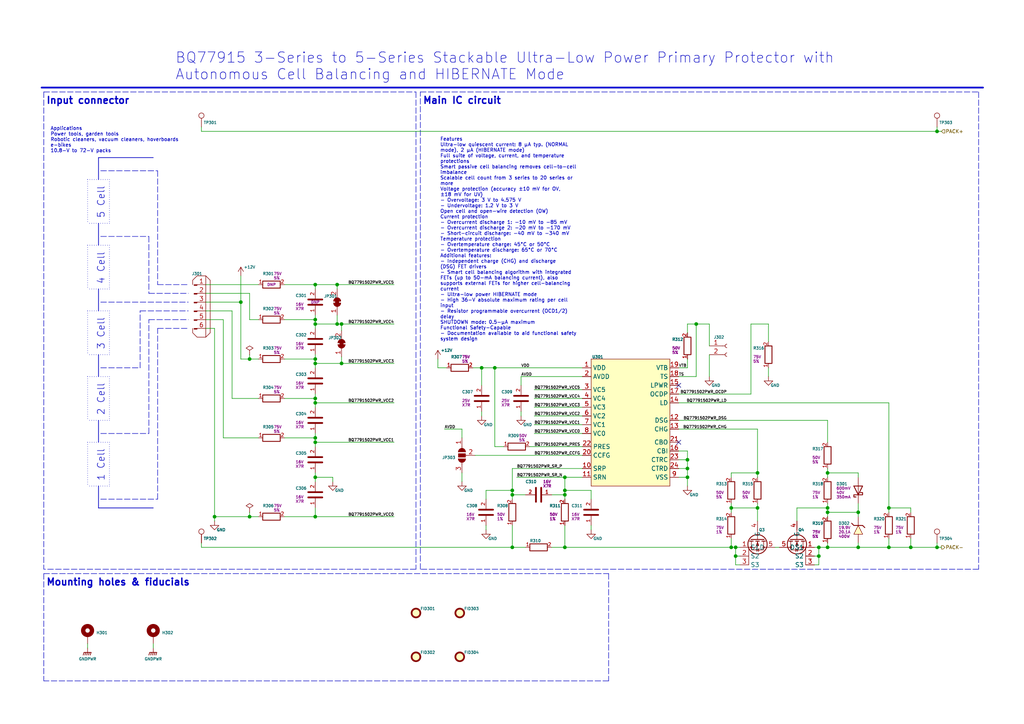
<source format=kicad_sch>
(kicad_sch (version 20211123) (generator eeschema)
  (paper "A4")
  (title_block (title "Smart Charger - Device for Mr.Wladziu") (date "2022-02-04") (rev "${REVISION}") (company "${COMPANY}") (comment 1 "${ENGINEER}") (comment 2 "${PHONE_NUMBER}") (comment 3 "${EMAIL}") (comment 4 "${SENTENCE}"))
  (junction (at 219.71 137.16))
  (junction (at 91.44 115.57))
  (junction (at 91.44 149.86))
  (junction (at 97.79 93.98))
  (junction (at 219.71 147.32))
  (junction (at 99.06 105.41))
  (junction (at 240.03 137.16))
  (junction (at 213.36 161.29))
  (junction (at 271.78 38.1))
  (junction (at 199.39 133.35))
  (junction (at 212.09 147.32))
  (junction (at 264.16 158.75))
  (junction (at 72.39 149.86))
  (junction (at 257.81 158.75))
  (junction (at 62.23 149.86))
  (junction (at 91.44 92.71))
  (junction (at 199.39 135.89))
  (junction (at 163.83 143.51))
  (junction (at 72.39 104.14))
  (junction (at 163.83 158.75))
  (junction (at 257.81 147.32))
  (junction (at 237.49 158.75))
  (junction (at 240.03 158.75))
  (junction (at 97.79 82.55))
  (junction (at 212.09 158.75))
  (junction (at 240.03 147.32))
  (junction (at 69.85 87.63))
  (junction (at 139.7 106.68))
  (junction (at 163.83 142.24))
  (junction (at 148.59 158.75))
  (junction (at 271.78 158.75))
  (junction (at 148.59 142.24))
  (junction (at 248.92 158.75))
  (junction (at 148.59 143.51))
  (junction (at 91.44 128.27))
  (junction (at 91.44 116.84))
  (junction (at 99.06 93.98))
  (junction (at 237.49 161.29))
  (junction (at 199.39 138.43))
  (junction (at 91.44 82.55))
  (junction (at 213.36 158.75))
  (junction (at 91.44 105.41))
  (junction (at 240.03 148.59))
  (junction (at 91.44 93.98))
  (junction (at 91.44 138.43))
  (junction (at 163.83 138.43))
  (junction (at 91.44 127))
  (junction (at 143.51 106.68))
  (junction (at 91.44 104.14))
  (junction (at 248.92 148.59))
  (junction (at 201.93 93.98))
  (no_connect (at 196.85 128.27))
  (no_connect (at 196.85 111.76))
  (wire (pts (xy 199.39 138.43) (xy 196.85 138.43)))
  (wire (pts (xy 139.7 111.76) (xy 139.7 106.68)))
  (wire (pts (xy 237.49 158.75) (xy 236.22 158.75)))
  (wire (pts (xy 171.45 142.24) (xy 171.45 144.78)))
  (wire (pts (xy 64.77 92.71) (xy 59.69 92.71)))
  (wire (pts (xy 160.02 143.51) (xy 163.83 143.51)))
  (wire (pts (xy 199.39 130.81) (xy 199.39 133.35)))
  (wire (pts (xy 99.06 93.98) (xy 114.3 93.98)))
  (polyline (pts (xy 12.7 166.37) (xy 176.53 166.37)))
  (polyline (pts (xy 29.21 125.73) (xy 43.18 125.73)))
  (wire (pts (xy 91.44 149.86) (xy 114.3 149.86)))
  (wire (pts (xy 67.31 90.17) (xy 59.69 90.17)))
  (wire (pts (xy 212.09 138.43) (xy 212.09 137.16)))
  (wire (pts (xy 151.13 119.38) (xy 151.13 120.65)))
  (wire (pts (xy 62.23 149.86) (xy 72.39 149.86)))
  (wire (pts (xy 62.23 151.13) (xy 62.23 149.86)))
  (wire (pts (xy 240.03 158.75) (xy 248.92 158.75)))
  (polyline (pts (xy 43.18 85.09) (xy 54.61 85.09)))
  (wire (pts (xy 199.39 140.97) (xy 199.39 138.43)))
  (wire (pts (xy 231.14 147.32) (xy 240.03 147.32)))
  (polyline (pts (xy 31.75 83.82) (xy 25.4 83.82)) (stroke (width 0) (type dot)))
  (wire (pts (xy 271.78 36.83) (xy 271.78 38.1)))
  (polyline (pts (xy 31.75 52.07) (xy 31.75 64.77)) (stroke (width 0) (type dot)))
  (polyline (pts (xy 29.21 87.63) (xy 54.61 87.63)))
  (wire (pts (xy 151.13 109.22) (xy 168.91 109.22)))
  (wire (pts (xy 212.09 158.75) (xy 212.09 156.21)))
  (polyline (pts (xy 25.4 90.17) (xy 31.75 90.17)) (stroke (width 0) (type dot)))
  (wire (pts (xy 91.44 95.25) (xy 91.44 93.98)))
  (wire (pts (xy 139.7 119.38) (xy 139.7 120.65)))
  (wire (pts (xy 163.83 158.75) (xy 212.09 158.75)))
  (polyline (pts (xy 120.65 165.1) (xy 12.7 165.1)))
  (wire (pts (xy 196.85 124.46) (xy 219.71 124.46)))
  (polyline (pts (xy 31.75 109.22) (xy 31.75 121.92)) (stroke (width 0) (type dot)))
  (wire (pts (xy 96.52 139.7) (xy 96.52 138.43)))
  (wire (pts (xy 91.44 138.43) (xy 91.44 139.7)))
  (polyline (pts (xy 29.21 49.53) (xy 45.72 49.53)))
  (wire (pts (xy 148.59 142.24) (xy 140.97 142.24)))
  (polyline (pts (xy 45.72 82.55) (xy 54.61 82.55)))
  (polyline (pts (xy 29.21 144.78) (xy 45.72 144.78)))
  (wire (pts (xy 240.03 135.89) (xy 240.03 137.16)))
  (polyline (pts (xy 25.4 128.27) (xy 31.75 128.27)) (stroke (width 0) (type dot)))
  (wire (pts (xy 163.83 142.24) (xy 163.83 143.51)))
  (wire (pts (xy 237.49 161.29) (xy 237.49 163.83)))
  (wire (pts (xy 44.45 186.69) (xy 44.45 187.96)))
  (wire (pts (xy 205.74 93.98) (xy 201.93 93.98)))
  (wire (pts (xy 264.16 156.21) (xy 264.16 158.75)))
  (wire (pts (xy 64.77 127) (xy 74.93 127)))
  (polyline (pts (xy 29.21 68.58) (xy 43.18 68.58)))
  (polyline (pts (xy 40.64 106.68) (xy 40.64 90.17)))
  (wire (pts (xy 91.44 83.82) (xy 91.44 82.55)))
  (wire (pts (xy 201.93 93.98) (xy 201.93 109.22)))
  (wire (pts (xy 97.79 93.98) (xy 99.06 93.98)))
  (wire (pts (xy 212.09 147.32) (xy 219.71 147.32)))
  (wire (pts (xy 222.885 106.68) (xy 222.885 109.22)))
  (polyline (pts (xy 31.75 90.17) (xy 31.75 102.87)) (stroke (width 0) (type dot)))
  (wire (pts (xy 196.85 130.81) (xy 199.39 130.81)))
  (wire (pts (xy 91.44 91.44) (xy 91.44 92.71)))
  (wire (pts (xy 248.92 148.59) (xy 240.03 148.59)))
  (wire (pts (xy 25.4 186.69) (xy 25.4 187.96)))
  (wire (pts (xy 148.59 142.24) (xy 148.59 143.51)))
  (wire (pts (xy 214.63 158.75) (xy 213.36 158.75)))
  (wire (pts (xy 257.81 147.32) (xy 264.16 147.32)))
  (wire (pts (xy 199.39 133.35) (xy 199.39 135.89)))
  (polyline (pts (xy 43.18 68.58) (xy 43.18 85.09)))
  (wire (pts (xy 91.44 102.87) (xy 91.44 104.14)))
  (wire (pts (xy 143.51 106.68) (xy 143.51 129.54)))
  (wire (pts (xy 212.09 148.59) (xy 212.09 147.32)))
  (wire (pts (xy 257.81 116.84) (xy 257.81 147.32)))
  (wire (pts (xy 264.16 158.75) (xy 271.78 158.75)))
  (wire (pts (xy 240.03 158.75) (xy 237.49 158.75)))
  (wire (pts (xy 91.44 104.14) (xy 91.44 105.41)))
  (polyline (pts (xy 31.75 102.87) (xy 25.4 102.87)) (stroke (width 0) (type dot)))
  (wire (pts (xy 91.44 115.57) (xy 91.44 116.84)))
  (polyline (pts (xy 12.7 26.67) (xy 120.65 26.67)))
  (wire (pts (xy 163.83 138.43) (xy 168.91 138.43)))
  (wire (pts (xy 214.63 163.83) (xy 213.36 163.83)))
  (wire (pts (xy 148.59 158.75) (xy 152.4 158.75)))
  (wire (pts (xy 199.39 93.98) (xy 201.93 93.98)))
  (polyline (pts (xy 25.4 52.07) (xy 25.4 64.77)) (stroke (width 0) (type dot)))
  (wire (pts (xy 91.44 129.54) (xy 91.44 128.27)))
  (wire (pts (xy 58.42 36.83) (xy 58.42 38.1)))
  (polyline (pts (xy 283.845 165.1) (xy 121.92 165.1)))
  (wire (pts (xy 248.92 157.48) (xy 248.92 158.75)))
  (wire (pts (xy 91.44 128.27) (xy 114.3 128.27)))
  (wire (pts (xy 240.03 157.48) (xy 240.03 158.75)))
  (wire (pts (xy 58.42 157.48) (xy 58.42 158.75)))
  (wire (pts (xy 154.94 113.03) (xy 168.91 113.03)))
  (wire (pts (xy 69.85 104.14) (xy 69.85 87.63)))
  (wire (pts (xy 62.23 149.86) (xy 62.23 95.25)))
  (wire (pts (xy 72.39 149.86) (xy 74.93 149.86)))
  (wire (pts (xy 219.71 137.16) (xy 219.71 124.46)))
  (wire (pts (xy 67.31 115.57) (xy 67.31 90.17)))
  (wire (pts (xy 59.69 87.63) (xy 69.85 87.63)))
  (wire (pts (xy 199.39 104.14) (xy 199.39 106.68)))
  (wire (pts (xy 236.22 163.83) (xy 237.49 163.83)))
  (wire (pts (xy 154.94 123.19) (xy 168.91 123.19)))
  (wire (pts (xy 72.39 92.71) (xy 72.39 85.09)))
  (polyline (pts (xy 28.575 147.32) (xy 44.45 147.32)) (stroke (width 0.2) (type solid)))
  (wire (pts (xy 153.67 129.54) (xy 168.91 129.54)))
  (wire (pts (xy 149.86 138.43) (xy 163.83 138.43)))
  (wire (pts (xy 205.74 102.87) (xy 205.74 109.22)))
  (wire (pts (xy 62.23 95.25) (xy 59.69 95.25)))
  (wire (pts (xy 236.22 161.29) (xy 237.49 161.29)))
  (polyline (pts (xy 43.18 125.73) (xy 43.18 92.71)))
  (wire (pts (xy 240.03 137.16) (xy 240.03 138.43)))
  (wire (pts (xy 99.06 103.505) (xy 99.06 105.41)))
  (wire (pts (xy 96.52 138.43) (xy 91.44 138.43)))
  (wire (pts (xy 219.71 146.05) (xy 219.71 147.32)))
  (wire (pts (xy 248.92 158.75) (xy 257.81 158.75)))
  (wire (pts (xy 264.16 148.59) (xy 264.16 147.32)))
  (wire (pts (xy 240.03 121.92) (xy 240.03 128.27)))
  (wire (pts (xy 91.44 128.27) (xy 91.44 127)))
  (wire (pts (xy 91.44 114.3) (xy 91.44 115.57)))
  (wire (pts (xy 240.03 146.05) (xy 240.03 147.32)))
  (polyline (pts (xy 25.4 109.22) (xy 25.4 121.92)) (stroke (width 0) (type dot)))
  (wire (pts (xy 91.44 92.71) (xy 91.44 93.98)))
  (wire (pts (xy 91.44 116.84) (xy 114.3 116.84)))
  (wire (pts (xy 91.44 93.98) (xy 97.79 93.98)))
  (wire (pts (xy 72.39 104.14) (xy 69.85 104.14)))
  (wire (pts (xy 154.94 125.73) (xy 168.91 125.73)))
  (wire (pts (xy 133.985 124.46) (xy 133.985 127)))
  (wire (pts (xy 99.06 105.41) (xy 114.3 105.41)))
  (wire (pts (xy 72.39 102.87) (xy 72.39 104.14)))
  (wire (pts (xy 271.78 157.48) (xy 271.78 158.75)))
  (wire (pts (xy 82.55 82.55) (xy 91.44 82.55)))
  (wire (pts (xy 168.91 135.89) (xy 148.59 135.89)))
  (wire (pts (xy 196.85 106.68) (xy 199.39 106.68)))
  (wire (pts (xy 199.39 135.89) (xy 199.39 138.43)))
  (polyline (pts (xy 31.75 71.12) (xy 31.75 83.82)) (stroke (width 0) (type dot)))
  (wire (pts (xy 69.85 80.01) (xy 69.85 87.63)))
  (wire (pts (xy 58.42 158.75) (xy 148.59 158.75)))
  (wire (pts (xy 222.885 93.98) (xy 222.885 99.06)))
  (wire (pts (xy 196.85 121.92) (xy 240.03 121.92)))
  (polyline (pts (xy 121.92 165.1) (xy 121.92 26.67)))
  (wire (pts (xy 257.81 147.32) (xy 257.81 148.59)))
  (wire (pts (xy 133.985 137.16) (xy 133.985 139.7)))
  (wire (pts (xy 257.81 156.21) (xy 257.81 158.75)))
  (polyline (pts (xy 28.575 45.72) (xy 28.575 52.07)) (stroke (width 0.2) (type solid)))
  (wire (pts (xy 271.78 38.1) (xy 273.05 38.1)))
  (wire (pts (xy 137.795 132.08) (xy 168.91 132.08)))
  (wire (pts (xy 154.94 118.11) (xy 168.91 118.11)))
  (wire (pts (xy 58.42 38.1) (xy 271.78 38.1)))
  (polyline (pts (xy 28.575 64.77) (xy 28.575 71.12)) (stroke (width 0.2) (type solid)))
  (wire (pts (xy 137.16 106.68) (xy 139.7 106.68)))
  (polyline (pts (xy 28.575 121.92) (xy 28.575 128.27)) (stroke (width 0.2) (type solid)))
  (wire (pts (xy 213.36 158.75) (xy 212.09 158.75)))
  (wire (pts (xy 140.97 152.4) (xy 140.97 153.67)))
  (wire (pts (xy 143.51 106.68) (xy 168.91 106.68)))
  (wire (pts (xy 91.44 125.73) (xy 91.44 127)))
  (wire (pts (xy 212.09 137.16) (xy 219.71 137.16)))
  (wire (pts (xy 219.71 138.43) (xy 219.71 137.16)))
  (wire (pts (xy 257.81 158.75) (xy 264.16 158.75)))
  (polyline (pts (xy 176.53 197.485) (xy 12.7 197.485)))
  (wire (pts (xy 143.51 129.54) (xy 146.05 129.54)))
  (wire (pts (xy 171.45 142.24) (xy 163.83 142.24)))
  (polyline (pts (xy 28.575 102.87) (xy 28.575 109.22)) (stroke (width 0.2) (type solid)))
  (wire (pts (xy 196.85 135.89) (xy 199.39 135.89)))
  (wire (pts (xy 205.74 93.98) (xy 205.74 100.33)))
  (wire (pts (xy 82.55 92.71) (xy 91.44 92.71)))
  (wire (pts (xy 64.77 92.71) (xy 64.77 127)))
  (wire (pts (xy 154.94 120.65) (xy 168.91 120.65)))
  (wire (pts (xy 248.92 149.86) (xy 248.92 148.59)))
  (polyline (pts (xy 45.72 95.25) (xy 54.61 95.25)))
  (wire (pts (xy 240.03 148.59) (xy 240.03 149.86)))
  (wire (pts (xy 72.39 148.59) (xy 72.39 149.86)))
  (polyline (pts (xy 43.18 92.71) (xy 54.61 92.71)))
  (wire (pts (xy 160.02 158.75) (xy 163.83 158.75)))
  (polyline (pts (xy 45.72 144.78) (xy 45.72 95.25)))
  (wire (pts (xy 82.55 104.14) (xy 91.44 104.14)))
  (wire (pts (xy 240.03 147.32) (xy 240.03 148.59)))
  (wire (pts (xy 163.83 143.51) (xy 163.83 144.78)))
  (wire (pts (xy 196.85 133.35) (xy 199.39 133.35)))
  (wire (pts (xy 91.44 82.55) (xy 97.79 82.55)))
  (wire (pts (xy 171.45 152.4) (xy 171.45 153.67)))
  (wire (pts (xy 148.59 143.51) (xy 152.4 143.51)))
  (wire (pts (xy 237.49 158.75) (xy 237.49 161.29)))
  (polyline (pts (xy 31.75 64.77) (xy 25.4 64.77)) (stroke (width 0) (type dot)))
  (wire (pts (xy 91.44 149.86) (xy 91.44 147.32)))
  (wire (pts (xy 67.31 115.57) (xy 74.93 115.57)))
  (wire (pts (xy 97.79 91.44) (xy 97.79 93.98)))
  (polyline (pts (xy 28.575 45.72) (xy 44.45 45.72)) (stroke (width 0.2) (type solid)))
  (polyline (pts (xy 12.7 166.37) (xy 12.7 197.485)))
  (wire (pts (xy 97.79 82.55) (xy 114.3 82.55)))
  (polyline (pts (xy 25.4 71.12) (xy 25.4 83.82)) (stroke (width 0) (type dot)))
  (wire (pts (xy 127 104.14) (xy 127 106.68)))
  (wire (pts (xy 163.83 138.43) (xy 163.83 142.24)))
  (polyline (pts (xy 31.75 140.97) (xy 25.4 140.97)) (stroke (width 0) (type dot)))
  (polyline (pts (xy 120.65 26.67) (xy 120.65 165.1)))
  (polyline (pts (xy 28.575 83.82) (xy 28.575 90.17)) (stroke (width 0.2) (type solid)))
  (wire (pts (xy 248.92 146.05) (xy 248.92 148.59)))
  (wire (pts (xy 59.69 82.55) (xy 74.93 82.55)))
  (polyline (pts (xy 29.21 106.68) (xy 40.64 106.68)))
  (wire (pts (xy 91.44 138.43) (xy 91.44 137.16)))
  (wire (pts (xy 163.83 152.4) (xy 163.83 158.75)))
  (wire (pts (xy 224.79 158.75) (xy 226.06 158.75)))
  (polyline (pts (xy 31.75 121.92) (xy 25.4 121.92)) (stroke (width 0) (type dot)))
  (polyline (pts (xy 25.4 109.22) (xy 31.75 109.22)) (stroke (width 0) (type dot)))
  (wire (pts (xy 127 106.68) (xy 129.54 106.68)))
  (wire (pts (xy 196.85 116.84) (xy 257.81 116.84)))
  (polyline (pts (xy 25.4 52.07) (xy 31.75 52.07)) (stroke (width 0) (type dot)))
  (polyline (pts (xy 40.64 90.17) (xy 54.61 90.17)))
  (wire (pts (xy 196.85 114.3) (xy 217.805 114.3)))
  (wire (pts (xy 154.94 115.57) (xy 168.91 115.57)))
  (polyline (pts (xy 31.75 128.27) (xy 31.75 140.97)) (stroke (width 0) (type dot)))
  (wire (pts (xy 213.36 158.75) (xy 213.36 161.29)))
  (wire (pts (xy 213.36 161.29) (xy 213.36 163.83)))
  (wire (pts (xy 91.44 105.41) (xy 99.06 105.41)))
  (wire (pts (xy 148.59 135.89) (xy 148.59 142.24)))
  (wire (pts (xy 74.93 104.14) (xy 72.39 104.14)))
  (polyline (pts (xy 176.53 166.37) (xy 176.53 197.485)))
  (wire (pts (xy 217.805 114.3) (xy 217.805 93.98)))
  (wire (pts (xy 82.55 149.86) (xy 91.44 149.86)))
  (wire (pts (xy 91.44 106.68) (xy 91.44 105.41)))
  (wire (pts (xy 151.13 111.76) (xy 151.13 109.22)))
  (polyline (pts (xy 28.575 140.97) (xy 28.575 147.32)) (stroke (width 0.2) (type solid)))
  (wire (pts (xy 148.59 152.4) (xy 148.59 158.75)))
  (polyline (pts (xy 121.92 26.67) (xy 283.845 26.67)))
  (wire (pts (xy 140.97 144.78) (xy 140.97 142.24)))
  (wire (pts (xy 139.7 106.68) (xy 143.51 106.68)))
  (wire (pts (xy 82.55 127) (xy 91.44 127)))
  (wire (pts (xy 248.92 137.16) (xy 240.03 137.16)))
  (wire (pts (xy 271.78 158.75) (xy 273.05 158.75)))
  (polyline (pts (xy 25.4 128.27) (xy 25.4 140.97)) (stroke (width 0) (type dot)))
  (polyline (pts (xy 283.845 26.67) (xy 283.845 165.1)))
  (polyline (pts (xy 12.7 26.67) (xy 12.7 165.1)))
  (wire (pts (xy 72.39 85.09) (xy 59.69 85.09)))
  (wire (pts (xy 213.36 161.29) (xy 214.63 161.29)))
  (wire (pts (xy 248.92 138.43) (xy 248.92 137.16)))
  (wire (pts (xy 74.93 92.71) (xy 72.39 92.71)))
  (wire (pts (xy 196.85 109.22) (xy 201.93 109.22)))
  (wire (pts (xy 128.905 124.46) (xy 133.985 124.46)))
  (polyline (pts (xy 12.065 25.4) (xy 285.115 25.4)) (stroke (width 0.5) (type solid)))
  (wire (pts (xy 199.39 96.52) (xy 199.39 93.98)))
  (wire (pts (xy 212.09 146.05) (xy 212.09 147.32)))
  (wire (pts (xy 99.06 93.98) (xy 99.06 95.885)))
  (wire (pts (xy 217.805 93.98) (xy 222.885 93.98)))
  (wire (pts (xy 219.71 147.32) (xy 219.71 151.13)))
  (wire (pts (xy 148.59 143.51) (xy 148.59 144.78)))
  (polyline (pts (xy 25.4 90.17) (xy 25.4 102.87)) (stroke (width 0) (type dot)))
  (wire (pts (xy 97.79 82.55) (xy 97.79 83.82)))
  (wire (pts (xy 231.14 151.13) (xy 231.14 147.32)))
  (polyline (pts (xy 45.72 49.53) (xy 45.72 82.55)))
  (wire (pts (xy 91.44 118.11) (xy 91.44 116.84)))
  (wire (pts (xy 82.55 115.57) (xy 91.44 115.57)))
  (polyline (pts (xy 25.4 71.12) (xy 31.75 71.12)) (stroke (width 0) (type dot)))
  (text "Mounting holes & fiducials" (at 13.335 170.18 0) (effects (font (size 2 2) (thickness 0.4) bold) (justify left bottom)))
  (text "5 Cell" (at 30.48 63.5 90) (effects (font (size 2 2)) (justify left bottom)))
  (text "Main IC circuit" (at 122.555 30.48 0) (effects (font (size 2 2) (thickness 0.4) bold) (justify left bottom)))
  (text "Applications\nPower tools, garden tools\nRobotic cleaners, vacuum cleaners, hoverboards\ne-bikes\n10.8-V to 72-V packs" (at 14.605 44.45 0) (effects (font (size 1 1)) (justify left bottom)))
  (text "BQ77915 3-Series to 5-Series Stackable Ultra-Low Power Primary Protector with\nAutonomous Cell Balancing and HIBERNATE Mode" (at 50.8 23.495 0) (effects (font (size 3 3)) (justify left bottom)))
  (text "1 Cell" (at 30.48 139.7 90) (effects (font (size 2 2)) (justify left bottom)))
  (text "2 Cell" (at 30.48 120.65 90) (effects (font (size 2 2)) (justify left bottom)))
  (text "3 Cell" (at 30.48 101.6 90) (effects (font (size 2 2)) (justify left bottom)))
  (text "4 Cell" (at 30.4799 82.6216 90) (effects (font (size 2 2)) (justify left bottom)))
  (text "Input connector" (at 13.335 30.48 0) (effects (font (size 2 2) (thickness 0.4) bold) (justify left bottom)))
  (text "Features\nUltra-low quiescent current: 8 μA typ. (NORMAL\nmode), 2 μA (HIBERNATE mode)\nFull suite of voltage, current, and temperature\nprotections\nSmart passive cell balancing removes cell-to-cell\nimbalance\nScalable cell count from 3 series to 20 series or\nmore\nVoltage protection (accuracy ±10 mV for OV,\n±18 mV for UV)\n- Overvoltage: 3 V to 4.575 V\n- Undervoltage: 1.2 V to 3 V\nOpen cell and open-wire detection (OW)\nCurrent protection\n- Overcurrent discharge 1: -10 mV to -85 mV\n- Overcurrent discharge 2: -20 mV to -170 mV\n- Short-circuit discharge: -40 mV to -340 mV\nTemperature protection\n- Overtemperature charge: 45°C or 50°C\n- Overtemperature discharge: 65°C or 70°C\nAdditional features:\n- Independent charge (CHG) and discharge\n(DSG) FET drivers\n- Smart cell balancing algorithm with integrated\nFETs (up to 50-mA balancing current), also\nsupports external FETs for higher cell-balancing\ncurrent\n- Ultra-low power HIBERNATE mode\n- High 36-V absolute maximum rating per cell\ninput\n- Resistor programmable overcurrent (OCD1/2)\ndelay\nSHUTDOWN mode: 0.5-μA maximum\nFunctional Safety-Capable\n- Documentation available to aid functional safety\nsystem design" (at 127.635 99.06 0) (effects (font (size 1 1)) (justify left bottom)))
  (label "BQ7791502PWR_DSG" (at 210.82 121.92 180) (effects (font (size 0.8 0.8))))
  (label "BQ7791502PWR_VCC1" (at 154.94 123.19 0) (effects (font (size 0.8 0.8))))
  (label "BQ7791502PWR_VCC1" (at 114.3 128.27 180) (effects (font (size 0.8 0.8))))
  (label "BQ7791502PWR_SR_P" (at 149.86 135.89 0) (effects (font (size 0.8 0.8))))
  (label "BQ7791502PWR_OCDP" (at 210.82 114.3 180) (effects (font (size 0.8 0.8))))
  (label "BQ7791502PWR_VCC2" (at 114.3 116.84 180) (effects (font (size 0.8 0.8))))
  (label "BQ7791502PWR_VCC5" (at 114.3 82.55 180) (effects (font (size 0.8 0.8))))
  (label "VTB" (at 196.85 106.68 0) (effects (font (size 0.8 0.8))))
  (label "AVDD" (at 128.905 124.46 0) (effects (font (size 0.8 0.8))))
  (label "BQ7791502PWR_CHG" (at 210.82 124.46 180) (effects (font (size 0.8 0.8))))
  (label "BQ7791502PWR_LD" (at 210.82 116.84 180) (effects (font (size 0.8 0.8))))
  (label "BQ7791502PWR_VCC5" (at 154.94 113.03 0) (effects (font (size 0.8 0.8))))
  (label "BQ7791502PWR_VCC0" (at 154.94 125.73 0) (effects (font (size 0.8 0.8))))
  (label "BQ7791502PWR_VCC3" (at 114.3 105.41 180) (effects (font (size 0.8 0.8))))
  (label "VDD" (at 151.13 106.68 0) (effects (font (size 0.8 0.8))))
  (label "AVDD" (at 151.13 109.22 0) (effects (font (size 0.8 0.8))))
  (label "BQ7791502PWR_CCFG" (at 154.94 132.08 0) (effects (font (size 0.8 0.8))))
  (label "TS" (at 196.85 109.22 0) (effects (font (size 0.8 0.8))))
  (label "BQ7791502PWR_VCC3" (at 154.94 118.11 0) (effects (font (size 0.8 0.8))))
  (label "BQ7791502PWR_VCC4" (at 114.3 93.98 180) (effects (font (size 0.8 0.8))))
  (label "BQ7791502PWR_VCC2" (at 154.94 120.65 0) (effects (font (size 0.8 0.8))))
  (label "BQ7791502PWR_VCC4" (at 154.94 115.57 0) (effects (font (size 0.8 0.8))))
  (label "BQ7791502PWR_SR_N" (at 149.86 138.43 0) (effects (font (size 0.8 0.8))))
  (label "BQ7791502PWR_VCC0" (at 114.3 149.86 180) (effects (font (size 0.8 0.8))))
  (label "BQ7791502PWR_PRES" (at 154.94 129.54 0) (effects (font (size 0.8 0.8))))
  (hierarchical_label "PACK+" (shape input) (at 273.05 38.1 0) (effects (font (size 1 1))))
  (hierarchical_label "PACK-" (shape output) (at 273.05 158.75 0) (effects (font (size 1 1))))
  (symbol (lib_name "R_1") (lib_id "Device:R") (at 240.03 153.67 180) (unit 1)
    (property "Reference" "R319" (at 235.585 151.765 0) (effects (font (size 0.8 0.8)) (justify right)))
    (property "Datasheet" "https://www.mouser.pl/datasheet/2/447/Yageo_03_18_2021_PYu_RC_Group_51_RoHS_L_11-2199992.pdf" (effects hide))
    (property "Manufacturer" "YAGEO" (effects hide))
    (property "Part Number" "RC0603JR-073M3L" (effects hide))
    (property "Description" "Thick Film Resistors - SMD 3.3 MOhms 100 mW 0603 5%" (effects hide))
    (property "Product" "Thick Film Resistors SMD" (effects hide))
    (property "Package" "0603" (effects hide))
    (property "Subcategory" " Thick Film Resistors" (effects hide))
    (property "Power Rating" "100mW" (effects hide))
    (property "Tolerance" "5%" (at 235.585 155.575 0) (effects (font (size 0.8 0.8)) (justify right)))
    (property "Temperature Coefficient" "100PPM/C" (effects hide))
    (property "Voltage Raiting" "75V" (at 235.585 154.305 0) (effects (font (size 0.8 0.8)) (justify right)))
  )
  (symbol (lib_id "QP_LIBRARY:NTMFS5C468NLT1G") (at 231.14 158.75 90) (mirror x) (unit 1)
    (property "Reference" "Q4" (at 232.41 153.67 90) (effects (font (size 0.8 0.8))))
    (property "Datasheet" "https://www.mouser.pl/datasheet/2/308/1/NTMFS5C468NL_D-2319230.pdf" (effects hide))
  )
  (symbol (lib_id "Mechanical:Fiducial") (at 120.65 190.5 0) (unit 1)
    (property "Reference" "FID302" (at 121.92 189.23 0) (effects (font (size 0.8 0.8)) (justify left)))
  )
  (symbol (lib_id "power:GND") (at 171.45 153.67 0) (unit 1)
    (property "Reference" "#PWR0313" (effects hide))
    (property "Value" "GND" (at 172.085 156.21 0) (effects (font (size 0.8 0.8)) (justify left)))
  )
  (symbol (lib_id "power:GND") (at 62.23 151.13 0) (mirror y) (unit 1)
    (property "Reference" "#PWR0303" (effects hide))
    (property "Value" "GND" (at 64.135 153.67 0) (effects (font (size 0.8 0.8))))
  )
  (symbol (lib_name "C_1") (lib_id "Device:C") (at 140.97 148.59 0) (mirror x) (unit 1)
    (property "Reference" "C308" (at 135.255 146.685 0) (effects (font (size 0.8 0.8)) (justify left)))
    (property "Datasheet" "https://www.mouser.pl/datasheet/2/396/mlcc02_e-1307760.pdf" (effects hide))
    (property "Manufacturer" "Taiyo Yuden" (effects hide))
    (property "Part Number" "EMK107B7104KA-T" (effects hide))
    (property "Description" "Multilayer Ceramic Capacitors MLCC - SMD/SMT 0603 16VDC 0.1uF 10% X7R" (effects hide))
    (property "Product" "General Type MLCCs" (effects hide))
    (property "Package" "0603" (effects hide))
    (property "Subcategory" "Capacitors" (effects hide))
    (property "Voltage Raiting" "16V" (at 135.255 149.225 0) (effects (font (size 0.8 0.8)) (justify left)))
    (property "Dielectric" "X7R" (at 135.255 150.495 0) (effects (font (size 0.8 0.8)) (justify left)))
    (property "Tolerance" "10%" (effects hide))
    (property "DNP" "-" (effects hide))
  )
  (symbol (lib_name "R_1") (lib_id "Device:R") (at 219.71 142.24 180) (unit 1)
    (property "Reference" "R315" (at 215.265 140.335 0) (effects (font (size 0.8 0.8)) (justify right)))
    (property "Datasheet" "https://www.mouser.pl/datasheet/2/447/PYu_RC_Group_51_RoHS_L_10-1664068.pdf" (effects hide))
    (property "Manufacturer" "YAGEO" (effects hide))
    (property "Part Number" "RC0402FR-1010KL" (effects hide))
    (property "Description" "Thick Film Resistors - SMD 10 kOhms 62.5mW 0402 1%" (effects hide))
    (property "Product" "Thick Film Resistors SMD" (effects hide))
    (property "Package" "0402" (effects hide))
    (property "Subcategory" " Thick Film Resistors" (effects hide))
    (property "Power Rating" "62.5mW" (effects hide))
    (property "Tolerance" "5%" (at 215.265 144.145 0) (effects (font (size 0.8 0.8)) (justify right)))
    (property "Temperature Coefficient" "100PPM/C" (effects hide))
    (property "Voltage Raiting" "50V" (at 215.265 142.875 0) (effects (font (size 0.8 0.8)) (justify right)))
  )
  (symbol (lib_name "R_1") (lib_id "Device:R") (at 149.86 129.54 90) (unit 1)
    (property "Reference" "R309" (at 147.32 126.365 90) (effects (font (size 0.8 0.8)) (justify right)))
    (property "Datasheet" "https://www.mouser.pl/datasheet/2/447/PYu_RC_Group_51_RoHS_L_10-1664068.pdf" (effects hide))
    (property "Manufacturer" "YAGEO" (effects hide))
    (property "Part Number" "RC0402FR-1010KL" (effects hide))
    (property "Description" "Thick Film Resistors - SMD 10 kOhms 62.5mW 0402 1%" (effects hide))
    (property "Product" "Thick Film Resistors SMD" (effects hide))
    (property "Package" "0402" (effects hide))
    (property "Subcategory" " Thick Film Resistors" (effects hide))
    (property "Power Rating" "62.5mW" (effects hide))
    (property "Tolerance" "5%" (at 150.495 127.635 90) (effects (font (size 0.8 0.8)) (justify right)))
    (property "Temperature Coefficient" "100PPM/C" (effects hide))
    (property "Voltage Raiting" "50V" (at 150.495 126.365 90) (effects (font (size 0.8 0.8)) (justify right)))
  )
  (symbol (lib_id "Mechanical:MountingHole_Pad") (at 25.4 184.15 0) (unit 1)
    (property "Reference" "H301" (at 27.94 183.515 0) (effects (font (size 0.8 0.8)) (justify left)))
  )
  (symbol (lib_id "QP_LIBRARY:BQ7791502PWR") (at 171.45 104.14 0) (unit 1)
    (property "Reference" "U301" (at 173.355 103.505 0) (effects (font (size 0.8 0.8))))
    (property "Datasheet" "https://www.ti.com/lit/ds/symlink/bq77915.pdf?ts=1643105781319&ref_url=https%253A%252F%252Fwww.ti.com%252Fproduct%252FBQ77915" (effects hide))
  )
  (symbol (lib_name "C_1") (lib_id "Device:C") (at 91.44 133.35 0) (mirror x) (unit 1)
    (property "Reference" "C305" (at 85.725 131.445 0) (effects (font (size 0.8 0.8)) (justify left)))
    (property "Datasheet" "https://www.mouser.pl/datasheet/2/396/mlcc02_e-1307760.pdf" (effects hide))
    (property "Manufacturer" "Taiyo Yuden" (effects hide))
    (property "Part Number" "EMK107B7104KA-T" (effects hide))
    (property "Description" "Multilayer Ceramic Capacitors MLCC - SMD/SMT 0603 16VDC 0.1uF 10% X7R" (effects hide))
    (property "Product" "General Type MLCCs" (effects hide))
    (property "Package" "0603" (effects hide))
    (property "Subcategory" "Capacitors" (effects hide))
    (property "Voltage Raiting" "16V" (at 85.725 133.985 0) (effects (font (size 0.8 0.8)) (justify left)))
    (property "Dielectric" "X7R" (at 85.725 135.255 0) (effects (font (size 0.8 0.8)) (justify left)))
    (property "Tolerance" "10%" (effects hide))
    (property "DNP" "-" (effects hide))
  )
  (symbol (lib_name "R_1") (lib_id "Device:R") (at 156.21 158.75 90) (unit 1)
    (property "Reference" "R310" (at 153.67 156.845 90) (effects (font (size 0.8 0.8)) (justify right)))
    (property "Datasheet" "https://www.mouser.pl/datasheet/2/427/VISH_S_A0010170179_1-2570811.pdf" (effects hide))
    (property "Manufacturer" "Vishay / Dale" (effects hide))
    (property "Part Number" "WSL10205L000FEA" (effects hide))
    (property "Description" "Current Sense Resistors - SMD 2watt .005ohms 1%" (effects hide))
    (property "Product" "Metal Element Current Sensing Resistors" (effects hide))
    (property "Package" "1020" (effects hide))
    (property "Subcategory" "Current Sense Resistors" (effects hide))
    (property "Power Rating" "2W" (effects hide))
    (property "Tolerance" "1%" (effects hide))
    (property "Temperature Coefficient" "150PPM/C" (effects hide))
    (property "Voltage Raiting" "-" (effects hide))
    (property "DNP" "-" (effects hide))
  )
  (symbol (lib_id "Jumper:SolderJumper_3_Open") (at 133.985 132.08 90) (mirror x) (unit 1)
    (property "Reference" "JP303" (at 132.08 132.715 90) (effects (font (size 0.8 0.8)) (justify left)))
  )
  (symbol (lib_name "R_1") (lib_id "Device:R") (at 212.09 152.4 180) (unit 1)
    (property "Reference" "R314" (at 207.645 150.495 0) (effects (font (size 0.8 0.8)) (justify right)))
    (property "Datasheet" "https://www.mouser.pl/datasheet/2/427/crcwce3-1762584.pdf" (effects hide))
    (property "Manufacturer" "Vishay / Dale" (effects hide))
    (property "Part Number" "CRCW06031M00FKEAC" (effects hide))
    (property "Description" "Thick Film Resistors - SMD 1/10Watt 1Mohms 1% Commercial Use" (effects hide))
    (property "Product" "Thick Film Resistors SMD" (effects hide))
    (property "Package" "0603" (effects hide))
    (property "Subcategory" " Thick Film Resistors" (effects hide))
    (property "Power Rating" "100mW" (effects hide))
    (property "Tolerance" "1%" (at 207.645 154.305 0) (effects (font (size 0.8 0.8)) (justify right)))
    (property "Temperature Coefficient" "100PPM/C" (effects hide))
    (property "Voltage Raiting" "75V" (at 207.645 153.035 0) (effects (font (size 0.8 0.8)) (justify right)))
  )
  (symbol (lib_name "R_1") (lib_id "Device:R") (at 257.81 152.4 180) (unit 1)
    (property "Reference" "R320" (at 253.365 150.495 0) (effects (font (size 0.8 0.8)) (justify right)))
    (property "Datasheet" "https://www.mouser.pl/datasheet/2/427/crcwce3-1762584.pdf" (effects hide))
    (property "Manufacturer" "Vishay / Dale" (effects hide))
    (property "Part Number" "CRCW06031M00FKEAC" (effects hide))
    (property "Description" "Thick Film Resistors - SMD 1/10Watt 1Mohms 1% Commercial Use" (effects hide))
    (property "Product" "Thick Film Resistors SMD" (effects hide))
    (property "Package" "0603" (effects hide))
    (property "Subcategory" " Thick Film Resistors" (effects hide))
    (property "Power Rating" "100mW" (effects hide))
    (property "Tolerance" "1%" (at 253.365 154.305 0) (effects (font (size 0.8 0.8)) (justify right)))
    (property "Temperature Coefficient" "100PPM/C" (effects hide))
    (property "Voltage Raiting" "75V" (at 253.365 153.035 0) (effects (font (size 0.8 0.8)) (justify right)))
  )
  (symbol (lib_name "C_1") (lib_id "Device:C") (at 91.44 121.92 0) (mirror x) (unit 1)
    (property "Reference" "C304" (at 85.725 120.015 0) (effects (font (size 0.8 0.8)) (justify left)))
    (property "Datasheet" "https://www.mouser.pl/datasheet/2/396/mlcc02_e-1307760.pdf" (effects hide))
    (property "Manufacturer" "Taiyo Yuden" (effects hide))
    (property "Part Number" "EMK107B7104KA-T" (effects hide))
    (property "Description" "Multilayer Ceramic Capacitors MLCC - SMD/SMT 0603 16VDC 0.1uF 10% X7R" (effects hide))
    (property "Product" "General Type MLCCs" (effects hide))
    (property "Package" "0603" (effects hide))
    (property "Subcategory" "Capacitors" (effects hide))
    (property "Voltage Raiting" "16V" (at 85.725 122.555 0) (effects (font (size 0.8 0.8)) (justify left)))
    (property "Dielectric" "X7R" (at 85.725 123.825 0) (effects (font (size 0.8 0.8)) (justify left)))
    (property "Tolerance" "10%" (effects hide))
    (property "DNP" "-" (effects hide))
  )
  (symbol (lib_id "power:GND") (at 205.74 109.22 0) (mirror y) (unit 1)
    (property "Reference" "#PWR0315" (effects hide))
    (property "Value" "GND" (at 207.645 111.76 0) (effects (font (size 0.8 0.8))))
  )
  (symbol (lib_id "power:PWR_FLAG") (at 72.39 102.87 0) (unit 1)
    (property "Reference" "#FLG0301" (effects hide))
    (property "Value" "PWR_FLAG" (effects hide))
  )
  (symbol (lib_name "R_1") (lib_id "Device:R") (at 78.74 127 90) (unit 1)
    (property "Reference" "R305" (at 76.2 123.825 90) (effects (font (size 0.8 0.8)) (justify right)))
    (property "Datasheet" "https://www.mouser.pl/datasheet/2/447/PYu_RC_Group_51_RoHS_L_10-1664068.pdf" (effects hide))
    (property "Manufacturer" "YAGEO" (effects hide))
    (property "Part Number" "RC0402JR-071K8L" (effects hide))
    (property "Description" "Thick Film Resistors - SMD 1.8 kOhms 62.5 mW 0402 5% " (effects hide))
    (property "Product" "Thick Film Resistors SMD" (effects hide))
    (property "Package" "0402" (effects hide))
    (property "Subcategory" " Thick Film Resistors" (effects hide))
    (property "Power Rating" "62.5mW" (effects hide))
    (property "Tolerance" "5%" (at 79.375 125.095 90) (effects (font (size 0.8 0.8)) (justify right)))
    (property "Temperature Coefficient" "100PPM/C" (effects hide))
    (property "Voltage Raiting" "75V" (at 79.375 123.825 90) (effects (font (size 0.8 0.8)) (justify right)))
    (property "DNP" "-" (effects hide))
  )
  (symbol (lib_id "Mechanical:Fiducial") (at 120.65 177.8 0) (unit 1)
    (property "Reference" "FID301" (at 121.92 176.53 0) (effects (font (size 0.8 0.8)) (justify left)))
  )
  (symbol (lib_id "power:GND") (at 139.7 120.65 0) (mirror y) (unit 1)
    (property "Reference" "#PWR0310" (effects hide))
    (property "Value" "GND" (at 141.605 123.19 0) (effects (font (size 0.8 0.8))))
  )
  (symbol (lib_id "Connector:Conn_01x02_Female") (at 210.82 100.33 0) (unit 1)
    (property "Reference" "J302" (at 207.01 97.79 0) (effects (font (size 0.8 0.8)) (justify left)))
  )
  (symbol (lib_id "power:GNDPWR") (at 25.4 187.96 0) (unit 1)
    (property "Reference" "#PWR0115" (effects hide))
    (property "Value" "GNDPWR" (at 25.4 191.135 0) (effects (font (size 0.8 0.8))))
  )
  (symbol (lib_id "Jumper:SolderJumper_2_Bridged") (at 99.06 99.695 90) (unit 1)
    (property "Reference" "JP302" (at 95.25 98.425 90) (effects (font (size 0.8 0.8)) (justify right top)))
  )
  (symbol (lib_id "QP_LIBRARY:+14V4") (at 69.85 80.01 0) (unit 1)
    (property "Reference" "#PWR0305" (effects hide))
    (property "Value" "+14V4" (at 72.39 77.47 0) (effects (font (size 0.8 0.8))))
  )
  (symbol (lib_id "Device:D_TVS") (at 248.92 152.4 270) (unit 1)
    (property "Reference" "D302" (at 243.205 151.765 90) (effects (font (size 0.8 0.8)) (justify left)))
    (property "Datasheet" "https://www.mouser.pl/datasheet/2/916/PTVSXS1UTR_SER-1600409.pdf" (effects hide))
    (property "Manufacturer" "Nexperia" (effects hide))
    (property "Part Number" "PTVS12VS1UTR,115 " (effects hide))
    (property "Description" "TVS Diodes / ESD Suppressors UNI 14.7V 400W" (effects hide))
    (property "Product" "TVS Diodes" (effects hide))
    (property "Package" "SOD-123-2" (effects hide))
    (property "Subcategory" "TVS Diodes / ESD Suppression Diodes" (effects hide))
    (property "Working Voltage" "12V" (effects hide))
    (property "Breakdown Voltage" "14.7V" (effects hide))
    (property "Clamping Voltage" "19.9V" (at 243.205 153.035 90) (effects (font (size 0.8 0.8)) (justify left)))
    (property "Pppm - Peak Pulse Power Dissipation" "400W" (at 243.205 155.575 90) (effects (font (size 0.8 0.8)) (justify left)))
    (property "Vesd - Voltage ESD Contact" "8kV" (effects hide))
    (property "Vesd - Voltage ESD Air Gap" "15kV" (effects hide))
    (property "Ipp - Peak Pulse Current" "20.1A" (at 243.205 154.305 90) (effects (font (size 0.8 0.8)) (justify left)))
  )
  (symbol (lib_id "QP_LIBRARY:+14V4") (at 127 104.14 0) (unit 1)
    (property "Reference" "#PWR0308" (effects hide))
    (property "Value" "+14V4" (at 129.54 101.6 0) (effects (font (size 0.8 0.8))))
  )
  (symbol (lib_id "Connector:TestPoint") (at 271.78 157.48 0) (unit 1)
    (property "Reference" "TP304" (at 272.415 156.21 0) (effects (font (size 0.8 0.8)) (justify left)))
  )
  (symbol (lib_id "power:GND") (at 151.13 120.65 0) (mirror y) (unit 1)
    (property "Reference" "#PWR0312" (effects hide))
    (property "Value" "GND" (at 153.035 123.19 0) (effects (font (size 0.8 0.8))))
  )
  (symbol (lib_id "Mechanical:MountingHole_Pad") (at 44.45 184.15 0) (unit 1)
    (property "Reference" "H302" (at 46.99 183.515 0) (effects (font (size 0.8 0.8)) (justify left)))
  )
  (symbol (lib_name "C_1") (lib_id "Device:C") (at 91.44 110.49 0) (mirror x) (unit 1)
    (property "Reference" "C303" (at 85.725 108.585 0) (effects (font (size 0.8 0.8)) (justify left)))
    (property "Datasheet" "https://www.mouser.pl/datasheet/2/396/mlcc02_e-1307760.pdf" (effects hide))
    (property "Manufacturer" "Taiyo Yuden" (effects hide))
    (property "Part Number" "EMK107B7104KA-T" (effects hide))
    (property "Description" "Multilayer Ceramic Capacitors MLCC - SMD/SMT 0603 16VDC 0.1uF 10% X7R" (effects hide))
    (property "Product" "General Type MLCCs" (effects hide))
    (property "Package" "0603" (effects hide))
    (property "Subcategory" "Capacitors" (effects hide))
    (property "Voltage Raiting" "16V" (at 85.725 111.125 0) (effects (font (size 0.8 0.8)) (justify left)))
    (property "Dielectric" "X7R" (at 85.725 112.395 0) (effects (font (size 0.8 0.8)) (justify left)))
    (property "Tolerance" "10%" (effects hide))
    (property "DNP" "-" (effects hide))
  )
  (symbol (lib_name "C_1") (lib_id "Device:C") (at 156.21 143.51 270) (mirror x) (unit 1)
    (property "Reference" "C310" (at 152.4 139.7 90) (effects (font (size 0.8 0.8)) (justify left)))
    (property "Datasheet" "https://www.mouser.pl/datasheet/2/396/mlcc02_e-1307760.pdf" (effects hide))
    (property "Manufacturer" "Taiyo Yuden" (effects hide))
    (property "Part Number" "EMK107B7104KA-T" (effects hide))
    (property "Description" "Multilayer Ceramic Capacitors MLCC - SMD/SMT 0603 16VDC 0.1uF 10% X7R" (effects hide))
    (property "Product" "General Type MLCCs" (effects hide))
    (property "Package" "0603" (effects hide))
    (property "Subcategory" "Capacitors" (effects hide))
    (property "Voltage Raiting" "16V" (at 157.48 139.7 90) (effects (font (size 0.8 0.8)) (justify left)))
    (property "Dielectric" "X7R" (at 157.48 140.97 90) (effects (font (size 0.8 0.8)) (justify left)))
    (property "Tolerance" "10%" (effects hide))
    (property "DNP" "-" (effects hide))
  )
  (symbol (lib_id "Mechanical:Fiducial") (at 133.35 177.8 0) (unit 1)
    (property "Reference" "FID303" (at 134.62 176.53 0) (effects (font (size 0.8 0.8)) (justify left)))
  )
  (symbol (lib_name "R_1") (lib_id "Device:R") (at 78.74 115.57 90) (unit 1)
    (property "Reference" "R304" (at 76.2 112.395 90) (effects (font (size 0.8 0.8)) (justify right)))
    (property "Datasheet" "https://www.mouser.pl/datasheet/2/447/PYu_RC_Group_51_RoHS_L_10-1664068.pdf" (effects hide))
    (property "Manufacturer" "YAGEO" (effects hide))
    (property "Part Number" "RC0402JR-071K8L" (effects hide))
    (property "Description" "Thick Film Resistors - SMD 1.8 kOhms 62.5 mW 0402 5% " (effects hide))
    (property "Product" "Thick Film Resistors SMD" (effects hide))
    (property "Package" "0402" (effects hide))
    (property "Subcategory" " Thick Film Resistors" (effects hide))
    (property "Power Rating" "62.5mW" (effects hide))
    (property "Tolerance" "5%" (at 79.375 113.665 90) (effects (font (size 0.8 0.8)) (justify right)))
    (property "Temperature Coefficient" "100PPM/C" (effects hide))
    (property "Voltage Raiting" "75V" (at 79.375 112.395 90) (effects (font (size 0.8 0.8)) (justify right)))
    (property "DNP" "-" (effects hide))
  )
  (symbol (lib_id "Jumper:SolderJumper_2_Bridged") (at 97.79 87.63 90) (unit 1)
    (property "Reference" "JP301" (at 93.98 86.36 90) (effects (font (size 0.8 0.8)) (justify right top)))
  )
  (symbol (lib_name "R_1") (lib_id "Device:R") (at 163.83 148.59 180) (unit 1)
    (property "Reference" "R311" (at 159.385 146.685 0) (effects (font (size 0.8 0.8)) (justify right)))
    (property "Datasheet" "https://www.mouser.pl/datasheet/2/447/PYu_RC_Group_51_RoHS_L_10-1664068.pdf" (effects hide))
    (property "Manufacturer" "YAGEO" (effects hide))
    (property "Part Number" "RC0402FR-0760R4L" (effects hide))
    (property "Description" "Thick Film Resistors - SMD 60.4 Ohms 62.5mW 0402 1%" (effects hide))
    (property "Product" "Thick Film Resistors SMD" (effects hide))
    (property "Package" "0402" (effects hide))
    (property "Subcategory" " Thick Film Resistors" (effects hide))
    (property "Power Rating" "62.5mW" (effects hide))
    (property "Tolerance" "1%" (at 159.385 150.495 0) (effects (font (size 0.8 0.8)) (justify right)))
    (property "Temperature Coefficient" "100PPM/C" (effects hide))
    (property "Voltage Raiting" "50V" (at 159.385 149.225 0) (effects (font (size 0.8 0.8)) (justify right)))
  )
  (symbol (lib_name "R_1") (lib_id "Device:R") (at 78.74 82.55 90) (unit 1)
    (property "Reference" "R301" (at 76.2 79.375 90) (effects (font (size 0.8 0.8)) (justify right)))
    (property "Datasheet" "https://www.mouser.pl/datasheet/2/447/PYu_RC_Group_51_RoHS_L_10-1664068.pdf" (effects hide))
    (property "Manufacturer" "YAGEO" (effects hide))
    (property "Part Number" "RC0402JR-071K8L" (effects hide))
    (property "Description" "Thick Film Resistors - SMD 1.8 kOhms 62.5 mW 0402 5% " (effects hide))
    (property "Product" "Thick Film Resistors SMD" (effects hide))
    (property "Package" "0402" (effects hide))
    (property "Subcategory" " Thick Film Resistors" (effects hide))
    (property "Power Rating" "62.5mW" (effects hide))
    (property "Tolerance" "5%" (at 79.375 80.645 90) (effects (font (size 0.8 0.8)) (justify right)))
    (property "Temperature Coefficient" "100PPM/C" (effects hide))
    (property "Voltage Raiting" "75V" (at 79.375 79.375 90) (effects (font (size 0.8 0.8)) (justify right)))
    (property "DNP" "DNP" (at 78.74 82.55 90) (effects (font (size 0.8 0.8))))
  )
  (symbol (lib_id "Connector:TestPoint") (at 58.42 36.83 0) (unit 1)
    (property "Reference" "TP301" (at 59.055 35.56 0) (effects (font (size 0.8 0.8)) (justify left)))
  )
  (symbol (lib_id "power:GND") (at 199.39 140.97 0) (mirror y) (unit 1)
    (property "Reference" "#PWR0314" (effects hide))
    (property "Value" "GND" (at 201.295 143.51 0) (effects (font (size 0.8 0.8))))
  )
  (symbol (lib_id "power:GND") (at 140.97 153.67 0) (unit 1)
    (property "Reference" "#PWR0311" (effects hide))
    (property "Value" "GND" (at 141.605 156.21 0) (effects (font (size 0.8 0.8)) (justify left)))
  )
  (symbol (lib_name "R_1") (lib_id "Device:R") (at 240.03 132.08 180) (unit 1)
    (property "Reference" "R317" (at 235.585 130.175 0) (effects (font (size 0.8 0.8)) (justify right)))
    (property "Datasheet" "https://www.mouser.pl/datasheet/2/447/PYu_RC_Group_51_RoHS_L_10-1664068.pdf" (effects hide))
    (property "Manufacturer" "YAGEO" (effects hide))
    (property "Part Number" "RC0402FR-1010KL" (effects hide))
    (property "Description" "Thick Film Resistors - SMD 10 kOhms 62.5mW 0402 1%" (effects hide))
    (property "Product" "Thick Film Resistors SMD" (effects hide))
    (property "Package" "0402" (effects hide))
    (property "Subcategory" " Thick Film Resistors" (effects hide))
    (property "Power Rating" "62.5mW" (effects hide))
    (property "Tolerance" "5%" (at 235.585 133.985 0) (effects (font (size 0.8 0.8)) (justify right)))
    (property "Temperature Coefficient" "100PPM/C" (effects hide))
    (property "Voltage Raiting" "50V" (at 235.585 132.715 0) (effects (font (size 0.8 0.8)) (justify right)))
  )
  (symbol (lib_name "R_1") (lib_id "Device:R") (at 78.74 149.86 90) (unit 1)
    (property "Reference" "R306" (at 76.2 146.685 90) (effects (font (size 0.8 0.8)) (justify right)))
    (property "Datasheet" "https://www.mouser.pl/datasheet/2/447/PYu_RC_Group_51_RoHS_L_10-1664068.pdf" (effects hide))
    (property "Manufacturer" "YAGEO" (effects hide))
    (property "Part Number" "RC0402JR-071K8L" (effects hide))
    (property "Description" "Thick Film Resistors - SMD 1.8 kOhms 62.5 mW 0402 5% " (effects hide))
    (property "Product" "Thick Film Resistors SMD" (effects hide))
    (property "Package" "0402" (effects hide))
    (property "Subcategory" " Thick Film Resistors" (effects hide))
    (property "Power Rating" "62.5mW" (effects hide))
    (property "Tolerance" "5%" (at 79.375 147.955 90) (effects (font (size 0.8 0.8)) (justify right)))
    (property "Temperature Coefficient" "100PPM/C" (effects hide))
    (property "Voltage Raiting" "75V" (at 79.375 146.685 90) (effects (font (size 0.8 0.8)) (justify right)))
    (property "DNP" "-" (effects hide))
  )
  (symbol (lib_id "QP_LIBRARY:10114830-10106LF") (at 55.88 88.9 0) (unit 1)
    (property "Reference" "J301" (at 57.15 79.375 0) (effects (font (size 0.8 0.8))))
    (property "Datasheet" "https://cdn.amphenol-icc.com/media/wysiwyg/files/drawing/10114830.pdf" (effects hide))
  )
  (symbol (lib_id "power:GND") (at 96.52 139.7 0) (mirror y) (unit 1)
    (property "Reference" "#PWR0307" (effects hide))
    (property "Value" "GND" (at 98.425 142.24 0) (effects (font (size 0.8 0.8))))
  )
  (symbol (lib_id "Connector:TestPoint") (at 271.78 36.83 0) (unit 1)
    (property "Reference" "TP303" (at 272.415 35.56 0) (effects (font (size 0.8 0.8)) (justify left)))
  )
  (symbol (lib_id "power:GNDPWR") (at 44.45 187.96 0) (unit 1)
    (property "Reference" "#PWR0114" (effects hide))
    (property "Value" "GNDPWR" (at 44.45 191.135 0) (effects (font (size 0.8 0.8))))
  )
  (symbol (lib_name "R_1") (lib_id "Device:R") (at 264.16 152.4 180) (unit 1)
    (property "Reference" "R321" (at 259.715 150.495 0) (effects (font (size 0.8 0.8)) (justify right)))
    (property "Datasheet" "https://www.mouser.pl/datasheet/2/427/crcwce3-1762584.pdf" (effects hide))
    (property "Manufacturer" "Vishay / Dale" (effects hide))
    (property "Part Number" "CRCW06031M00FKEAC" (effects hide))
    (property "Description" "Thick Film Resistors - SMD 1/10Watt 1Mohms 1% Commercial Use" (effects hide))
    (property "Product" "Thick Film Resistors SMD" (effects hide))
    (property "Package" "0603" (effects hide))
    (property "Subcategory" " Thick Film Resistors" (effects hide))
    (property "Power Rating" "100mW" (effects hide))
    (property "Tolerance" "1%" (at 259.715 154.305 0) (effects (font (size 0.8 0.8)) (justify right)))
    (property "Temperature Coefficient" "100PPM/C" (effects hide))
    (property "Voltage Raiting" "75V" (at 259.715 153.035 0) (effects (font (size 0.8 0.8)) (justify right)))
  )
  (symbol (lib_name "R_1") (lib_id "Device:R") (at 148.59 148.59 180) (unit 1)
    (property "Reference" "R308" (at 144.145 146.685 0) (effects (font (size 0.8 0.8)) (justify right)))
    (property "Datasheet" "https://www.mouser.pl/datasheet/2/447/PYu_RC_Group_51_RoHS_L_10-1664068.pdf" (effects hide))
    (property "Manufacturer" "YAGEO" (effects hide))
    (property "Part Number" "RC0402FR-0760R4L" (effects hide))
    (property "Description" "Thick Film Resistors - SMD 60.4 Ohms 62.5mW 0402 1%" (effects hide))
    (property "Product" "Thick Film Resistors SMD" (effects hide))
    (property "Package" "0402" (effects hide))
    (property "Subcategory" " Thick Film Resistors" (effects hide))
    (property "Power Rating" "62.5mW" (effects hide))
    (property "Tolerance" "1%" (at 144.145 150.495 0) (effects (font (size 0.8 0.8)) (justify right)))
    (property "Temperature Coefficient" "100PPM/C" (effects hide))
    (property "Voltage Raiting" "50V" (at 144.145 149.225 0) (effects (font (size 0.8 0.8)) (justify right)))
  )
  (symbol (lib_id "Connector:TestPoint") (at 58.42 157.48 0) (unit 1)
    (property "Reference" "TP302" (at 59.055 156.21 0) (effects (font (size 0.8 0.8)) (justify left)))
  )
  (symbol (lib_name "R_1") (lib_id "Device:R") (at 133.35 106.68 90) (unit 1)
    (property "Reference" "R307" (at 130.81 103.505 90) (effects (font (size 0.8 0.8)) (justify right)))
    (property "Datasheet" "https://www.mouser.pl/datasheet/2/447/PYu_RC_Group_51_RoHS_L_10-1664068.pdf" (effects hide))
    (property "Manufacturer" "YAGEO" (effects hide))
    (property "Part Number" "RC0402JR-071K8L" (effects hide))
    (property "Description" "Thick Film Resistors - SMD 1.8 kOhms 62.5 mW 0402 5% " (effects hide))
    (property "Product" "Thick Film Resistors SMD" (effects hide))
    (property "Package" "0402" (effects hide))
    (property "Subcategory" " Thick Film Resistors" (effects hide))
    (property "Power Rating" "62.5mW" (effects hide))
    (property "Tolerance" "5%" (at 133.985 104.775 90) (effects (font (size 0.8 0.8)) (justify right)))
    (property "Temperature Coefficient" "100PPM/C" (effects hide))
    (property "Voltage Raiting" "75V" (at 133.985 103.505 90) (effects (font (size 0.8 0.8)) (justify right)))
    (property "DNP" "-" (effects hide))
  )
  (symbol (lib_id "power:PWR_FLAG") (at 72.39 148.59 0) (unit 1)
    (property "Reference" "#FLG0302" (effects hide))
    (property "Value" "PWR_FLAG" (effects hide))
  )
  (symbol (lib_name "C_1") (lib_id "Device:C") (at 151.13 115.57 0) (mirror x) (unit 1)
    (property "Reference" "C309" (at 145.415 113.665 0) (effects (font (size 0.8 0.8)) (justify left)))
    (property "Datasheet" "https://www.mouser.pl/datasheet/2/585/MLCC-1837944.pdf" (effects hide))
    (property "Manufacturer" "Samsung Electro-Mechanics" (effects hide))
    (property "Part Number" "CL10B105KA8NNNL" (effects hide))
    (property "Description" "Multilayer Ceramic Capacitors MLCC - SMD/SMT 1uF+/-10% 25V X7R 1608" (effects hide))
    (property "Product" "General Type MLCCs" (effects hide))
    (property "Package" "0603" (effects hide))
    (property "Subcategory" "Capacitors" (effects hide))
    (property "Voltage Raiting" "25V" (at 145.415 116.205 0) (effects (font (size 0.8 0.8)) (justify left)))
    (property "Dielectric" "X7R" (at 145.415 117.475 0) (effects (font (size 0.8 0.8)) (justify left)))
    (property "Tolerance" "10%" (effects hide))
  )
  (symbol (lib_name "R_1") (lib_id "Device:R") (at 240.03 142.24 180) (unit 1)
    (property "Reference" "R318" (at 235.585 140.335 0) (effects (font (size 0.8 0.8)) (justify right)))
    (property "Datasheet" "https://www.mouser.pl/datasheet/2/427/crcwce3-1762584.pdf" (effects hide))
    (property "Manufacturer" "Vishay / Dale" (effects hide))
    (property "Part Number" "CRCW06031M00FKEAC" (effects hide))
    (property "Description" "Thick Film Resistors - SMD 1/10Watt 1Mohms 1% Commercial Use" (effects hide))
    (property "Product" "Thick Film Resistors SMD" (effects hide))
    (property "Package" "0603" (effects hide))
    (property "Subcategory" " Thick Film Resistors" (effects hide))
    (property "Power Rating" "100mW" (effects hide))
    (property "Tolerance" "1%" (at 235.585 144.145 0) (effects (font (size 0.8 0.8)) (justify right)))
    (property "Temperature Coefficient" "100PPM/C" (effects hide))
    (property "Voltage Raiting" "75V" (at 235.585 142.875 0) (effects (font (size 0.8 0.8)) (justify right)))
  )
  (symbol (lib_name "R_1") (lib_id "Device:R") (at 78.74 104.14 90) (unit 1)
    (property "Reference" "R303" (at 76.2 100.965 90) (effects (font (size 0.8 0.8)) (justify right)))
    (property "Datasheet" "https://www.mouser.pl/datasheet/2/447/PYu_RC_Group_51_RoHS_L_10-1664068.pdf" (effects hide))
    (property "Manufacturer" "YAGEO" (effects hide))
    (property "Part Number" "RC0402JR-071K8L" (effects hide))
    (property "Description" "Thick Film Resistors - SMD 1.8 kOhms 62.5 mW 0402 5% " (effects hide))
    (property "Product" "Thick Film Resistors SMD" (effects hide))
    (property "Package" "0402" (effects hide))
    (property "Subcategory" " Thick Film Resistors" (effects hide))
    (property "Power Rating" "62.5mW" (effects hide))
    (property "Tolerance" "5%" (at 79.375 102.235 90) (effects (font (size 0.8 0.8)) (justify right)))
    (property "Temperature Coefficient" "100PPM/C" (effects hide))
    (property "Voltage Raiting" "75V" (at 79.375 100.965 90) (effects (font (size 0.8 0.8)) (justify right)))
    (property "DNP" "-" (effects hide))
  )
  (symbol (lib_name "R_1") (lib_id "Device:R") (at 212.09 142.24 180) (unit 1)
    (property "Reference" "R313" (at 207.645 140.335 0) (effects (font (size 0.8 0.8)) (justify right)))
    (property "Datasheet" "https://www.mouser.pl/datasheet/2/447/PYu_RC_Group_51_RoHS_L_10-1664068.pdf" (effects hide))
    (property "Manufacturer" "YAGEO" (effects hide))
    (property "Part Number" "RC0402FR-1010KL" (effects hide))
    (property "Description" "Thick Film Resistors - SMD 10 kOhms 62.5mW 0402 1%" (effects hide))
    (property "Product" "Thick Film Resistors SMD" (effects hide))
    (property "Package" "0402" (effects hide))
    (property "Subcategory" " Thick Film Resistors" (effects hide))
    (property "Power Rating" "62.5mW" (effects hide))
    (property "Tolerance" "5%" (at 207.645 144.145 0) (effects (font (size 0.8 0.8)) (justify right)))
    (property "Temperature Coefficient" "100PPM/C" (effects hide))
    (property "Voltage Raiting" "50V" (at 207.645 142.875 0) (effects (font (size 0.8 0.8)) (justify right)))
  )
  (symbol (lib_name "C_1") (lib_id "Device:C") (at 139.7 115.57 0) (mirror x) (unit 1)
    (property "Reference" "C307" (at 133.985 113.665 0) (effects (font (size 0.8 0.8)) (justify left)))
    (property "Datasheet" "https://www.mouser.pl/datasheet/2/585/MLCC-1837944.pdf" (effects hide))
    (property "Manufacturer" "Samsung Electro-Mechanics" (effects hide))
    (property "Part Number" "CL10B105KA8NNNL" (effects hide))
    (property "Description" "Multilayer Ceramic Capacitors MLCC - SMD/SMT 1uF+/-10% 25V X7R 1608" (effects hide))
    (property "Product" "General Type MLCCs" (effects hide))
    (property "Package" "0603" (effects hide))
    (property "Subcategory" "Capacitors" (effects hide))
    (property "Voltage Raiting" "25V" (at 133.985 116.205 0) (effects (font (size 0.8 0.8)) (justify left)))
    (property "Dielectric" "X7R" (at 133.985 117.475 0) (effects (font (size 0.8 0.8)) (justify left)))
    (property "Tolerance" "10%" (effects hide))
  )
  (symbol (lib_name "R_1") (lib_id "Device:R") (at 199.39 100.33 180) (unit 1)
    (property "Reference" "R312" (at 194.945 98.425 0) (effects (font (size 0.8 0.8)) (justify right)))
    (property "Datasheet" "https://www.mouser.pl/datasheet/2/447/PYu_RC_Group_51_RoHS_L_10-1664068.pdf" (effects hide))
    (property "Manufacturer" "YAGEO" (effects hide))
    (property "Part Number" "RC0402FR-1010KL" (effects hide))
    (property "Description" "Thick Film Resistors - SMD 10 kOhms 62.5mW 0402 1%" (effects hide))
    (property "Product" "Thick Film Resistors SMD" (effects hide))
    (property "Package" "0402" (effects hide))
    (property "Subcategory" " Thick Film Resistors" (effects hide))
    (property "Power Rating" "62.5mW" (effects hide))
    (property "Tolerance" "5%" (at 194.945 102.235 0) (effects (font (size 0.8 0.8)) (justify right)))
    (property "Temperature Coefficient" "100PPM/C" (effects hide))
    (property "Voltage Raiting" "50V" (at 194.945 100.965 0) (effects (font (size 0.8 0.8)) (justify right)))
  )
  (symbol (lib_id "power:GND") (at 133.985 139.7 0) (unit 1)
    (property "Reference" "#PWR0309" (effects hide))
    (property "Value" "GND" (at 135.89 142.24 0) (effects (font (size 0.8 0.8))))
  )
  (symbol (lib_name "R_1") (lib_id "Device:R") (at 78.74 92.71 90) (unit 1)
    (property "Reference" "R302" (at 76.2 89.535 90) (effects (font (size 0.8 0.8)) (justify right)))
    (property "Datasheet" "https://www.mouser.pl/datasheet/2/447/PYu_RC_Group_51_RoHS_L_10-1664068.pdf" (effects hide))
    (property "Manufacturer" "YAGEO" (effects hide))
    (property "Part Number" "RC0402JR-071K8L" (effects hide))
    (property "Description" "Thick Film Resistors - SMD 1.8 kOhms 62.5 mW 0402 5% " (effects hide))
    (property "Product" "Thick Film Resistors SMD" (effects hide))
    (property "Package" "0402" (effects hide))
    (property "Subcategory" " Thick Film Resistors" (effects hide))
    (property "Power Rating" "62.5mW" (effects hide))
    (property "Tolerance" "5%" (at 79.375 90.805 90) (effects (font (size 0.8 0.8)) (justify right)))
    (property "Temperature Coefficient" "100PPM/C" (effects hide))
    (property "Voltage Raiting" "75V" (at 79.375 89.535 90) (effects (font (size 0.8 0.8)) (justify right)))
    (property "DNP" "-" (effects hide))
  )
  (symbol (lib_name "C_1") (lib_id "Device:C") (at 171.45 148.59 0) (mirror x) (unit 1)
    (property "Reference" "C311" (at 165.735 146.685 0) (effects (font (size 0.8 0.8)) (justify left)))
    (property "Datasheet" "https://www.mouser.pl/datasheet/2/396/mlcc02_e-1307760.pdf" (effects hide))
    (property "Manufacturer" "Taiyo Yuden" (effects hide))
    (property "Part Number" "EMK107B7104KA-T" (effects hide))
    (property "Description" "Multilayer Ceramic Capacitors MLCC - SMD/SMT 0603 16VDC 0.1uF 10% X7R" (effects hide))
    (property "Product" "General Type MLCCs" (effects hide))
    (property "Package" "0603" (effects hide))
    (property "Subcategory" "Capacitors" (effects hide))
    (property "Voltage Raiting" "16V" (at 165.735 149.225 0) (effects (font (size 0.8 0.8)) (justify left)))
    (property "Dielectric" "X7R" (at 165.735 150.495 0) (effects (font (size 0.8 0.8)) (justify left)))
    (property "Tolerance" "10%" (effects hide))
    (property "DNP" "-" (effects hide))
  )
  (symbol (lib_id "Mechanical:Fiducial") (at 133.35 190.5 0) (unit 1)
    (property "Reference" "FID304" (at 134.62 189.23 0) (effects (font (size 0.8 0.8)) (justify left)))
  )
  (symbol (lib_name "C_1") (lib_id "Device:C") (at 91.44 143.51 0) (mirror x) (unit 1)
    (property "Reference" "C306" (at 85.725 141.605 0) (effects (font (size 0.8 0.8)) (justify left)))
    (property "Datasheet" "https://www.mouser.pl/datasheet/2/396/mlcc02_e-1307760.pdf" (effects hide))
    (property "Manufacturer" "Taiyo Yuden" (effects hide))
    (property "Part Number" "EMK107B7104KA-T" (effects hide))
    (property "Description" "Multilayer Ceramic Capacitors MLCC - SMD/SMT 0603 16VDC 0.1uF 10% X7R" (effects hide))
    (property "Product" "General Type MLCCs" (effects hide))
    (property "Package" "0603" (effects hide))
    (property "Subcategory" "Capacitors" (effects hide))
    (property "Voltage Raiting" "16V" (at 85.725 144.145 0) (effects (font (size 0.8 0.8)) (justify left)))
    (property "Dielectric" "X7R" (at 85.725 145.415 0) (effects (font (size 0.8 0.8)) (justify left)))
    (property "Tolerance" "10%" (effects hide))
    (property "DNP" "-" (effects hide))
  )
  (symbol (lib_name "R_1") (lib_id "Device:R") (at 222.885 102.87 180) (unit 1)
    (property "Reference" "R316" (at 218.44 100.965 0) (effects (font (size 0.8 0.8)) (justify right)))
    (property "Datasheet" "https://www.mouser.pl/datasheet/2/447/Yageo_03_18_2021_PYu_RC_Group_51_RoHS_L_11-2199992.pdf" (effects hide))
    (property "Manufacturer" "YAGEO" (effects hide))
    (property "Part Number" "RC0603JR-13100KL" (effects hide))
    (property "Description" "Thick Film Resistors - SMD 100 kOhms 100-200 mW 0603 5%" (effects hide))
    (property "Product" "Thick Film Resistors SMD" (effects hide))
    (property "Package" "0603" (effects hide))
    (property "Subcategory" " Thick Film Resistors" (effects hide))
    (property "Power Rating" "100mW" (effects hide))
    (property "Tolerance" "5%" (at 218.44 104.775 0) (effects (font (size 0.8 0.8)) (justify right)))
    (property "Temperature Coefficient" "100PPM/C" (effects hide))
    (property "Voltage Raiting" "75V" (at 218.44 103.505 0) (effects (font (size 0.8 0.8)) (justify right)))
  )
  (symbol (lib_id "QP_LIBRARY:NTMFS5C468NLT1G") (at 219.71 158.75 270) (unit 1)
    (property "Reference" "Q3" (at 220.98 153.67 90) (effects (font (size 0.8 0.8))))
    (property "Datasheet" "https://www.mouser.pl/datasheet/2/308/1/NTMFS5C468NL_D-2319230.pdf" (effects hide))
  )
  (symbol (lib_id "Device:D_Schottky") (at 248.92 142.24 90) (unit 1)
    (property "Reference" "D301" (at 242.57 140.335 90) (effects (font (size 0.8 0.8)) (justify right)))
    (property "Datasheet" "https://www.mouser.pl/datasheet/2/80/CDBU0320_0330_0340_HF_RevB692139-2489921.pdf" (effects hide))
    (property "Manufacturer" "Comchip Technology" (effects hide))
    (property "Part Number" "CDBU0340-HF" (effects hide))
    (property "Description" "Schottky Diodes & Rectifiers VR=40V, IO=350mA " (effects hide))
    (property "Product" "Schottky Diodes" (effects hide))
    (property "Package" "0402" (effects hide))
    (property "Subcategory" "Diodes & Rectifiers" (effects hide))
    (property "If - Forward Current" "350mA" (at 242.57 144.145 90) (effects (font (size 0.8 0.8)) (justify right)))
    (property "Vrrm - Repetitive Reverse Voltage" "40V" (effects hide))
    (property "Vf - Forward Voltage" "600mV" (at 242.57 141.605 90) (effects (font (size 0.8 0.8)) (justify right)))
    (property "Ifsm - Forward Surge Current" "1.5A" (effects hide))
    (property "Ir - Reverse Current" "5uA" (effects hide))
    (property "Pd - Power Dissipation" "150mW" (effects hide))
    (property "Vr - Reverse Voltage" "40V" (at 242.57 142.875 90) (effects (font (size 0.8 0.8)) (justify right)))
  )
  (symbol (lib_name "C_1") (lib_id "Device:C") (at 91.44 87.63 0) (mirror x) (unit 1)
    (property "Reference" "C301" (at 85.725 85.725 0) (effects (font (size 0.8 0.8)) (justify left)))
    (property "Datasheet" "https://www.mouser.pl/datasheet/2/396/mlcc02_e-1307760.pdf" (effects hide))
    (property "Manufacturer" "Taiyo Yuden" (effects hide))
    (property "Part Number" "EMK107B7104KA-T" (effects hide))
    (property "Description" "Multilayer Ceramic Capacitors MLCC - SMD/SMT 0603 16VDC 0.1uF 10% X7R" (effects hide))
    (property "Product" "General Type MLCCs" (effects hide))
    (property "Package" "0603" (effects hide))
    (property "Subcategory" "Capacitors" (effects hide))
    (property "Voltage Raiting" "16V" (at 85.725 88.265 0) (effects (font (size 0.8 0.8)) (justify left)))
    (property "Dielectric" "X7R" (at 85.725 89.535 0) (effects (font (size 0.8 0.8)) (justify left)))
    (property "Tolerance" "10%" (effects hide))
    (property "DNP" "DNP" (at 91.44 87.63 0) (effects (font (size 0.8 0.8))))
  )
  (symbol (lib_id "power:GND") (at 222.885 109.22 0) (mirror y) (unit 1)
    (property "Reference" "#PWR0316" (effects hide))
    (property "Value" "GND" (at 224.79 111.76 0) (effects (font (size 0.8 0.8))))
  )
  (symbol (lib_name "C_1") (lib_id "Device:C") (at 91.44 99.06 0) (mirror x) (unit 1)
    (property "Reference" "C302" (at 85.725 97.155 0) (effects (font (size 0.8 0.8)) (justify left)))
    (property "Datasheet" "https://www.mouser.pl/datasheet/2/396/mlcc02_e-1307760.pdf" (effects hide))
    (property "Manufacturer" "Taiyo Yuden" (effects hide))
    (property "Part Number" "EMK107B7104KA-T" (effects hide))
    (property "Description" "Multilayer Ceramic Capacitors MLCC - SMD/SMT 0603 16VDC 0.1uF 10% X7R" (effects hide))
    (property "Product" "General Type MLCCs" (effects hide))
    (property "Package" "0603" (effects hide))
    (property "Subcategory" "Capacitors" (effects hide))
    (property "Voltage Raiting" "16V" (at 85.725 99.695 0) (effects (font (size 0.8 0.8)) (justify left)))
    (property "Dielectric" "X7R" (at 85.725 100.965 0) (effects (font (size 0.8 0.8)) (justify left)))
    (property "Tolerance" "10%" (effects hide))
    (property "DNP" "-" (effects hide))
  )
)
</source>
